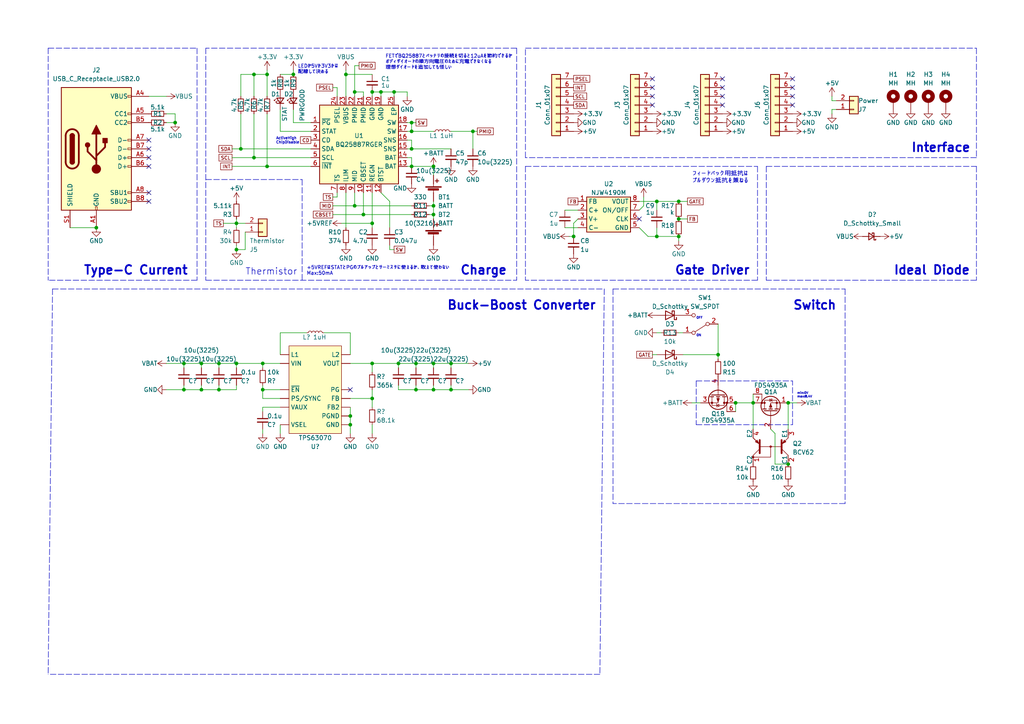
<source format=kicad_sch>
(kicad_sch (version 20211123) (generator eeschema)
  (paper "A4")
  (junction (at 196.85 68.58))
  (junction (at 228.6 116.84))
  (junction (at 119.38 38.1))
  (junction (at 228.6 134.62))
  (junction (at 125.73 105.41))
  (junction (at 196.85 63.5))
  (junction (at 125.73 113.03))
  (junction (at 120.65 105.41))
  (junction (at 119.38 48.26))
  (junction (at 119.38 35.56))
  (junction (at 100.33 21.59))
  (junction (at 58.42 113.03))
  (junction (at 120.65 113.03))
  (junction (at 130.81 105.41))
  (junction (at 110.49 26.67))
  (junction (at 166.37 68.58))
  (junction (at 107.95 105.41))
  (junction (at 114.3 26.67))
  (junction (at 125.73 48.26))
  (junction (at 196.85 58.42))
  (junction (at 68.58 105.41))
  (junction (at 58.42 105.41))
  (junction (at 107.95 64.77))
  (junction (at 213.36 116.84))
  (junction (at 63.5 105.41))
  (junction (at 102.87 26.67))
  (junction (at 53.34 113.03))
  (junction (at 73.66 21.59))
  (junction (at 218.44 116.84))
  (junction (at 76.2 113.03))
  (junction (at 53.34 105.41))
  (junction (at 50.8 35.56))
  (junction (at 73.66 45.72))
  (junction (at 137.16 38.1))
  (junction (at 119.38 43.18))
  (junction (at 105.41 62.23))
  (junction (at 115.57 105.41))
  (junction (at 85.09 21.59))
  (junction (at 63.5 113.03))
  (junction (at 190.5 68.58))
  (junction (at 77.47 21.59))
  (junction (at 27.94 66.04))
  (junction (at 68.58 72.39))
  (junction (at 101.6 120.65))
  (junction (at 125.73 59.69))
  (junction (at 125.73 62.23))
  (junction (at 130.81 113.03))
  (junction (at 190.5 58.42))
  (junction (at 77.47 48.26))
  (junction (at 69.85 43.18))
  (junction (at 68.58 64.77))
  (junction (at 102.87 59.69))
  (junction (at 208.28 102.87))
  (junction (at 101.6 123.19))
  (junction (at 107.95 26.67))
  (junction (at 107.95 115.57))
  (junction (at 76.2 105.41))
  (no_connect (at 229.87 25.4))
  (no_connect (at 189.23 22.86))
  (no_connect (at 43.18 48.26))
  (no_connect (at 229.87 22.86))
  (no_connect (at 189.23 25.4))
  (no_connect (at 189.23 30.48))
  (no_connect (at 209.55 25.4))
  (no_connect (at 209.55 30.48))
  (no_connect (at 101.6 113.03))
  (no_connect (at 43.18 43.18))
  (no_connect (at 209.55 22.86))
  (no_connect (at 189.23 27.94))
  (no_connect (at 229.87 27.94))
  (no_connect (at 43.18 58.42))
  (no_connect (at 209.55 27.94))
  (no_connect (at 229.87 30.48))
  (no_connect (at 43.18 55.88))
  (no_connect (at 43.18 40.64))
  (no_connect (at 43.18 45.72))
  (no_connect (at 185.42 63.5))
  (wire (pts (xy 213.36 119.38) (xy 213.36 116.84)))
  (wire (pts (xy 135.89 113.03) (xy 130.81 113.03)))
  (wire (pts (xy 196.85 58.42) (xy 199.39 58.42)))
  (wire (pts (xy 118.11 40.64) (xy 119.38 40.64)))
  (wire (pts (xy 93.98 96.52) (xy 101.6 96.52)))
  (wire (pts (xy 68.58 64.77) (xy 68.58 66.04)))
  (wire (pts (xy 107.95 27.94) (xy 107.95 26.67)))
  (wire (pts (xy 119.38 35.56) (xy 119.38 38.1)))
  (wire (pts (xy 102.87 27.94) (xy 102.87 26.67)))
  (wire (pts (xy 58.42 113.03) (xy 63.5 113.03)))
  (wire (pts (xy 114.3 26.67) (xy 114.3 27.94)))
  (polyline (pts (xy 152.4 13.97) (xy 283.21 13.97)))
  (wire (pts (xy 101.6 123.19) (xy 101.6 125.73)))
  (wire (pts (xy 81.28 21.59) (xy 85.09 21.59)))
  (wire (pts (xy 125.73 50.8) (xy 125.73 48.26)))
  (polyline (pts (xy 152.4 48.26) (xy 152.4 81.28)))
  (wire (pts (xy 130.81 111.76) (xy 130.81 113.03)))
  (wire (pts (xy 63.5 113.03) (xy 63.5 111.76)))
  (wire (pts (xy 107.95 64.77) (xy 107.95 66.04)))
  (wire (pts (xy 77.47 33.02) (xy 77.47 48.26)))
  (wire (pts (xy 208.28 102.87) (xy 208.28 104.14)))
  (wire (pts (xy 119.38 48.26) (xy 118.11 48.26)))
  (wire (pts (xy 241.3 31.75) (xy 242.57 31.75)))
  (wire (pts (xy 125.73 59.69) (xy 125.73 62.23)))
  (wire (pts (xy 107.95 105.41) (xy 115.57 105.41)))
  (wire (pts (xy 125.73 58.42) (xy 125.73 59.69)))
  (wire (pts (xy 85.09 20.32) (xy 85.09 21.59)))
  (wire (pts (xy 107.95 125.73) (xy 107.95 123.19)))
  (wire (pts (xy 81.28 123.19) (xy 81.28 125.73)))
  (wire (pts (xy 77.47 48.26) (xy 90.17 48.26)))
  (wire (pts (xy 76.2 115.57) (xy 81.28 115.57)))
  (wire (pts (xy 76.2 105.41) (xy 81.28 105.41)))
  (wire (pts (xy 102.87 55.88) (xy 102.87 59.69)))
  (wire (pts (xy 69.85 21.59) (xy 69.85 27.94)))
  (polyline (pts (xy 283.21 48.26) (xy 283.21 81.28)))
  (wire (pts (xy 85.09 31.75) (xy 85.09 35.56)))
  (wire (pts (xy 105.41 62.23) (xy 119.38 62.23)))
  (wire (pts (xy 69.85 33.02) (xy 69.85 43.18)))
  (wire (pts (xy 187.96 68.58) (xy 190.5 68.58)))
  (wire (pts (xy 224.79 125.73) (xy 224.79 134.62)))
  (wire (pts (xy 81.28 96.52) (xy 88.9 96.52)))
  (wire (pts (xy 73.66 45.72) (xy 90.17 45.72)))
  (wire (pts (xy 69.85 43.18) (xy 90.17 43.18)))
  (wire (pts (xy 58.42 113.03) (xy 58.42 111.76)))
  (wire (pts (xy 105.41 62.23) (xy 105.41 55.88)))
  (wire (pts (xy 81.28 102.87) (xy 81.28 96.52)))
  (wire (pts (xy 73.66 33.02) (xy 73.66 45.72)))
  (wire (pts (xy 110.49 26.67) (xy 110.49 27.94)))
  (wire (pts (xy 187.96 68.58) (xy 185.42 66.04)))
  (wire (pts (xy 68.58 105.41) (xy 76.2 105.41)))
  (wire (pts (xy 185.42 58.42) (xy 190.5 58.42)))
  (wire (pts (xy 100.33 21.59) (xy 100.33 27.94)))
  (wire (pts (xy 76.2 105.41) (xy 76.2 106.68)))
  (wire (pts (xy 100.33 21.59) (xy 107.95 21.59)))
  (polyline (pts (xy 173.99 195.58) (xy 13.97 195.58)))
  (polyline (pts (xy 175.26 83.82) (xy 173.99 195.58)))
  (wire (pts (xy 113.03 72.39) (xy 114.3 72.39)))
  (wire (pts (xy 186.69 57.15) (xy 186.69 59.69)))
  (wire (pts (xy 96.52 62.23) (xy 105.41 62.23)))
  (wire (pts (xy 120.65 113.03) (xy 115.57 113.03)))
  (wire (pts (xy 68.58 64.77) (xy 71.12 64.77)))
  (wire (pts (xy 101.6 120.65) (xy 101.6 123.19)))
  (polyline (pts (xy 245.11 146.05) (xy 177.8 146.05)))
  (wire (pts (xy 107.95 118.11) (xy 107.95 115.57)))
  (polyline (pts (xy 13.97 13.97) (xy 13.97 81.28)))
  (wire (pts (xy 110.49 55.88) (xy 113.03 58.42)))
  (polyline (pts (xy 152.4 45.72) (xy 152.4 13.97)))
  (wire (pts (xy 189.23 102.87) (xy 190.5 102.87)))
  (wire (pts (xy 167.64 63.5) (xy 166.37 64.77)))
  (wire (pts (xy 190.5 96.52) (xy 191.77 96.52)))
  (wire (pts (xy 107.95 26.67) (xy 110.49 26.67)))
  (wire (pts (xy 77.47 27.94) (xy 77.47 21.59)))
  (polyline (pts (xy 13.97 13.97) (xy 57.15 13.97)))
  (wire (pts (xy 224.79 125.73) (xy 223.52 124.46)))
  (wire (pts (xy 119.38 35.56) (xy 120.65 35.56)))
  (wire (pts (xy 20.32 66.04) (xy 27.94 66.04)))
  (wire (pts (xy 107.95 115.57) (xy 107.95 113.03)))
  (wire (pts (xy 102.87 59.69) (xy 119.38 59.69)))
  (wire (pts (xy 115.57 105.41) (xy 115.57 106.68)))
  (wire (pts (xy 165.1 68.58) (xy 166.37 68.58)))
  (polyline (pts (xy 219.71 48.26) (xy 219.71 81.28)))
  (wire (pts (xy 130.81 43.18) (xy 119.38 43.18)))
  (polyline (pts (xy 201.93 123.19) (xy 229.87 123.19)))
  (wire (pts (xy 163.83 60.96) (xy 167.64 60.96)))
  (wire (pts (xy 48.26 35.56) (xy 50.8 35.56)))
  (wire (pts (xy 48.26 105.41) (xy 53.34 105.41)))
  (wire (pts (xy 76.2 118.11) (xy 81.28 118.11)))
  (wire (pts (xy 76.2 111.76) (xy 76.2 113.03)))
  (wire (pts (xy 196.85 96.52) (xy 198.12 96.52)))
  (polyline (pts (xy 222.25 48.26) (xy 283.21 48.26)))
  (wire (pts (xy 69.85 21.59) (xy 73.66 21.59)))
  (wire (pts (xy 68.58 113.03) (xy 68.58 111.76)))
  (wire (pts (xy 101.6 105.41) (xy 107.95 105.41)))
  (wire (pts (xy 77.47 20.32) (xy 77.47 21.59)))
  (wire (pts (xy 113.03 71.12) (xy 113.03 72.39)))
  (polyline (pts (xy 15.24 83.82) (xy 13.97 195.58)))
  (wire (pts (xy 124.46 62.23) (xy 125.73 62.23)))
  (wire (pts (xy 125.73 113.03) (xy 120.65 113.03)))
  (polyline (pts (xy 149.86 13.97) (xy 149.86 81.28)))
  (polyline (pts (xy 87.63 52.07) (xy 87.63 81.28)))
  (polyline (pts (xy 283.21 81.28) (xy 222.25 81.28)))
  (wire (pts (xy 190.5 58.42) (xy 196.85 58.42)))
  (wire (pts (xy 119.38 38.1) (xy 118.11 38.1)))
  (wire (pts (xy 119.38 48.26) (xy 125.73 48.26)))
  (wire (pts (xy 73.66 21.59) (xy 73.66 27.94)))
  (wire (pts (xy 97.79 57.15) (xy 96.52 57.15)))
  (wire (pts (xy 200.66 116.84) (xy 203.2 116.84)))
  (wire (pts (xy 113.03 58.42) (xy 113.03 66.04)))
  (wire (pts (xy 137.16 38.1) (xy 137.16 43.18)))
  (wire (pts (xy 190.5 68.58) (xy 196.85 68.58)))
  (wire (pts (xy 63.5 105.41) (xy 68.58 105.41)))
  (wire (pts (xy 163.83 66.04) (xy 167.64 66.04)))
  (wire (pts (xy 137.16 38.1) (xy 138.43 38.1)))
  (wire (pts (xy 81.28 38.1) (xy 90.17 38.1)))
  (polyline (pts (xy 283.21 45.72) (xy 152.4 45.72)))
  (wire (pts (xy 102.87 26.67) (xy 105.41 26.67)))
  (wire (pts (xy 101.6 118.11) (xy 101.6 120.65)))
  (wire (pts (xy 102.87 19.05) (xy 102.87 26.67)))
  (wire (pts (xy 68.58 106.68) (xy 68.58 105.41)))
  (wire (pts (xy 190.5 66.04) (xy 190.5 68.58)))
  (polyline (pts (xy 15.24 83.82) (xy 175.26 83.82)))
  (wire (pts (xy 97.79 27.94) (xy 97.79 25.4)))
  (wire (pts (xy 196.85 68.58) (xy 196.85 69.85)))
  (wire (pts (xy 48.26 27.94) (xy 43.18 27.94)))
  (polyline (pts (xy 57.15 13.97) (xy 57.15 81.28)))
  (wire (pts (xy 67.31 45.72) (xy 73.66 45.72)))
  (wire (pts (xy 101.6 115.57) (xy 107.95 115.57)))
  (wire (pts (xy 130.81 38.1) (xy 137.16 38.1)))
  (wire (pts (xy 68.58 113.03) (xy 63.5 113.03)))
  (wire (pts (xy 218.44 116.84) (xy 218.44 124.46)))
  (polyline (pts (xy 177.8 83.82) (xy 245.11 83.82)))
  (wire (pts (xy 67.31 48.26) (xy 77.47 48.26)))
  (wire (pts (xy 97.79 55.88) (xy 97.79 57.15)))
  (wire (pts (xy 48.26 113.03) (xy 53.34 113.03)))
  (polyline (pts (xy 59.69 52.07) (xy 87.63 52.07)))
  (wire (pts (xy 97.79 25.4) (xy 96.52 25.4)))
  (polyline (pts (xy 177.8 83.82) (xy 177.8 146.05)))
  (polyline (pts (xy 219.71 81.28) (xy 152.4 81.28)))
  (wire (pts (xy 101.6 96.52) (xy 101.6 102.87)))
  (wire (pts (xy 130.81 105.41) (xy 135.89 105.41)))
  (wire (pts (xy 67.31 43.18) (xy 69.85 43.18)))
  (wire (pts (xy 119.38 38.1) (xy 125.73 38.1)))
  (wire (pts (xy 119.38 40.64) (xy 119.38 43.18)))
  (polyline (pts (xy 201.93 110.49) (xy 229.87 110.49)))
  (wire (pts (xy 102.87 59.69) (xy 96.52 59.69)))
  (wire (pts (xy 110.49 26.67) (xy 114.3 26.67)))
  (wire (pts (xy 115.57 113.03) (xy 115.57 111.76)))
  (wire (pts (xy 130.81 105.41) (xy 130.81 106.68)))
  (wire (pts (xy 76.2 113.03) (xy 76.2 115.57)))
  (polyline (pts (xy 283.21 13.97) (xy 283.21 45.72)))
  (wire (pts (xy 241.3 27.94) (xy 241.3 29.21)))
  (wire (pts (xy 58.42 106.68) (xy 58.42 105.41)))
  (wire (pts (xy 76.2 113.03) (xy 81.28 113.03)))
  (wire (pts (xy 76.2 124.46) (xy 76.2 125.73)))
  (polyline (pts (xy 149.86 13.97) (xy 59.69 13.97)))
  (wire (pts (xy 63.5 106.68) (xy 63.5 105.41)))
  (polyline (pts (xy 201.93 110.49) (xy 201.93 123.19)))
  (polyline (pts (xy 222.25 48.26) (xy 222.25 81.28)))
  (wire (pts (xy 190.5 60.96) (xy 190.5 58.42)))
  (wire (pts (xy 130.81 113.03) (xy 125.73 113.03)))
  (wire (pts (xy 228.6 116.84) (xy 228.6 124.46)))
  (wire (pts (xy 124.46 59.69) (xy 125.73 59.69)))
  (wire (pts (xy 99.06 64.77) (xy 107.95 64.77)))
  (wire (pts (xy 71.12 72.39) (xy 68.58 72.39)))
  (wire (pts (xy 125.73 111.76) (xy 125.73 113.03)))
  (wire (pts (xy 166.37 64.77) (xy 166.37 68.58)))
  (wire (pts (xy 58.42 105.41) (xy 63.5 105.41)))
  (wire (pts (xy 100.33 55.88) (xy 100.33 66.04)))
  (wire (pts (xy 50.8 33.02) (xy 50.8 35.56)))
  (wire (pts (xy 120.65 105.41) (xy 120.65 106.68)))
  (wire (pts (xy 120.65 105.41) (xy 125.73 105.41)))
  (wire (pts (xy 68.58 63.5) (xy 68.58 64.77)))
  (wire (pts (xy 185.42 60.96) (xy 186.69 59.69)))
  (wire (pts (xy 125.73 62.23) (xy 125.73 63.5)))
  (wire (pts (xy 213.36 116.84) (xy 218.44 116.84)))
  (wire (pts (xy 241.3 33.02) (xy 241.3 31.75)))
  (polyline (pts (xy 57.15 81.28) (xy 13.97 81.28)))
  (wire (pts (xy 199.39 63.5) (xy 196.85 63.5)))
  (wire (pts (xy 81.28 31.75) (xy 81.28 38.1)))
  (wire (pts (xy 224.79 134.62) (xy 228.6 134.62)))
  (wire (pts (xy 208.28 93.98) (xy 208.28 102.87)))
  (wire (pts (xy 107.95 105.41) (xy 107.95 107.95)))
  (wire (pts (xy 228.6 116.84) (xy 231.14 116.84)))
  (wire (pts (xy 85.09 35.56) (xy 90.17 35.56)))
  (wire (pts (xy 120.65 111.76) (xy 120.65 113.03)))
  (wire (pts (xy 76.2 119.38) (xy 76.2 118.11)))
  (wire (pts (xy 100.33 20.32) (xy 100.33 21.59)))
  (wire (pts (xy 105.41 26.67) (xy 105.41 27.94)))
  (wire (pts (xy 64.77 64.77) (xy 68.58 64.77)))
  (wire (pts (xy 198.12 102.87) (xy 208.28 102.87)))
  (wire (pts (xy 115.57 105.41) (xy 120.65 105.41)))
  (wire (pts (xy 119.38 45.72) (xy 119.38 48.26)))
  (wire (pts (xy 218.44 114.3) (xy 218.44 116.84)))
  (wire (pts (xy 114.3 26.67) (xy 118.11 26.67)))
  (wire (pts (xy 53.34 105.41) (xy 58.42 105.41)))
  (polyline (pts (xy 152.4 48.26) (xy 219.71 48.26)))
  (polyline (pts (xy 245.11 83.82) (xy 245.11 146.05)))
  (polyline (pts (xy 59.69 13.97) (xy 59.69 81.28)))
  (wire (pts (xy 125.73 105.41) (xy 130.81 105.41)))
  (wire (pts (xy 119.38 45.72) (xy 118.11 45.72)))
  (wire (pts (xy 104.14 19.05) (xy 102.87 19.05)))
  (wire (pts (xy 118.11 35.56) (xy 119.38 35.56)))
  (polyline (pts (xy 229.87 123.19) (xy 229.87 110.49)))
  (wire (pts (xy 73.66 21.59) (xy 77.47 21.59)))
  (wire (pts (xy 53.34 113.03) (xy 53.34 111.76)))
  (wire (pts (xy 241.3 29.21) (xy 242.57 29.21)))
  (wire (pts (xy 118.11 26.67) (xy 118.11 27.94)))
  (polyline (pts (xy 59.69 81.28) (xy 149.86 81.28)))
  (wire (pts (xy 119.38 43.18) (xy 118.11 43.18)))
  (wire (pts (xy 48.26 33.02) (xy 50.8 33.02)))
  (wire (pts (xy 107.95 55.88) (xy 107.95 64.77)))
  (wire (pts (xy 68.58 72.39) (xy 68.58 71.12)))
  (wire (pts (xy 53.34 106.68) (xy 53.34 105.41)))
  (wire (pts (xy 125.73 105.41) (xy 125.73 106.68)))
  (wire (pts (xy 71.12 67.31) (xy 71.12 72.39)))
  (wire (pts (xy 53.34 113.03) (xy 58.42 113.03)))
  (text "Thermistor" (at 71.12 80.01 0) (effects (font (size 1.905 1.905)) (justify left bottom)))
  (text "Gate Driver" (at 195.58 80.01 0) (effects (font (size 2.54 2.54) (thickness 0.508) bold) (justify left bottom)))
  (text "ActiveHigh\nChipDisable" (at 80.01 41.91 0) (effects (font (size 0.762 0.762)) (justify left bottom)))
  (text "ON" (at 201.93 97.79 0) (effects (font (size 0.635 0.635)) (justify left bottom)))
  (text "Interface" (at 264.16 44.45 0) (effects (font (size 2.54 2.54) (thickness 0.508) bold) (justify left bottom)))
  (text "LEDが5Vか3V3かは\n配線して決める" (at 86.36 21.59 0) (effects (font (size 1.016 1.016)) (justify left bottom)))
  (text "フィードバック用抵抗は\nプルダウン抵抗を兼ねる" (at 200.66 53.34 0) (effects (font (size 1.27 1.27)) (justify left bottom)))
  (text "Type-C Current" (at 24.13 80.01 0) (effects (font (size 2.54 2.54) (thickness 0.508) bold) (justify left bottom)))
  (text "Ideal Diode" (at 259.08 80.01 0) (effects (font (size 2.54 2.54) (thickness 0.508) bold) (justify left bottom)))
  (text "+5VREFはSTATとPGのプルアップとサーミスタに使えるが、敢えて使わない\nMax:50mA" (at 88.9 80.01 0) (effects (font (size 1.016 1.016)) (justify left bottom)))
  (text "FETでBQ25887とバッテリの接続を切ると12uAを節約できるが\nボディダイオードの順方向電圧のために充電できなくなる\n理想ダイオードを追加しても怪しい" (at 111.76 20.32 0) (effects (font (size 1.016 1.016)) (justify left bottom)))
  (text "OFF" (at 201.93 92.71 0) (effects (font (size 0.635 0.635)) (justify left bottom)))
  (text "Buck-Boost Converter" (at 129.54 90.17 0) (effects (font (size 2.54 2.54) (thickness 0.508) bold) (justify left bottom)))
  (text "Switch" (at 229.87 90.17 0) (effects (font (size 2.54 2.54) (thickness 0.508) bold) (justify left bottom)))
  (text "min:0V\nmax:8.4V" (at 231.14 115.57 0) (effects (font (size 0.635 0.635)) (justify left bottom)))
  (text "Charge" (at 133.35 80.01 0) (effects (font (size 2.54 2.54) (thickness 0.508) bold) (justify left bottom)))
  (global_label "INT" (shape passive) (at 67.31 48.26 180) (effects (font (size 1 1))) (property "Intersheet References" "${INTERSHEET_REFS}" (effects hide)))
  (global_label "TS" (shape passive) (at 96.52 57.15 180) (effects (font (size 1 1))) (property "Intersheet References" "${INTERSHEET_REFS}" (effects hide)))
  (global_label "PMID" (shape passive) (at 138.43 38.1 0) (effects (font (size 1 1))) (property "Intersheet References" "${INTERSHEET_REFS}" (effects hide)))
  (global_label "CD" (shape passive) (at 90.17 40.64 180) (effects (font (size 1 1))) (property "Intersheet References" "${INTERSHEET_REFS}" (effects hide)))
  (global_label "FB" (shape passive) (at 199.39 63.5 0) (effects (font (size 1 1))) (property "Intersheet References" "${INTERSHEET_REFS}" (effects hide)))
  (global_label "PMID" (shape passive) (at 104.14 19.05 0) (effects (font (size 1 1))) (property "Intersheet References" "${INTERSHEET_REFS}" (effects hide)))
  (global_label "SW" (shape passive) (at 114.3 72.39 0) (effects (font (size 1 1))) (property "Intersheet References" "${INTERSHEET_REFS}" (effects hide)))
  (global_label "FB" (shape passive) (at 167.64 58.42 180) (effects (font (size 1 1))) (property "Intersheet References" "${INTERSHEET_REFS}" (effects hide)))
  (global_label "GATE" (shape passive) (at 199.39 58.42 0) (effects (font (size 1 1))) (property "Intersheet References" "${INTERSHEET_REFS}" (effects hide)))
  (global_label "GATE" (shape passive) (at 189.23 102.87 180) (effects (font (size 1 1))) (property "Intersheet References" "${INTERSHEET_REFS}" (effects hide)))
  (global_label "SDA" (shape passive) (at 67.31 43.18 180) (effects (font (size 1 1))) (property "Intersheet References" "${INTERSHEET_REFS}" (effects hide)))
  (global_label "PSEL" (shape passive) (at 96.52 25.4 180) (effects (font (size 1 1))) (property "Intersheet References" "${INTERSHEET_REFS}" (effects hide)))
  (global_label "TS" (shape passive) (at 64.77 64.77 180) (effects (font (size 1 1))) (property "Intersheet References" "${INTERSHEET_REFS}" (effects hide)))
  (global_label "INT" (shape passive) (at 166.37 25.4 0) (effects (font (size 1 1))) (property "Intersheet References" "${INTERSHEET_REFS}" (effects hide)))
  (global_label "SDA" (shape passive) (at 166.37 30.48 0) (effects (font (size 1 1))) (property "Intersheet References" "${INTERSHEET_REFS}" (effects hide)))
  (global_label "SW" (shape passive) (at 120.65 35.56 0) (effects (font (size 1 1))) (property "Intersheet References" "${INTERSHEET_REFS}" (effects hide)))
  (global_label "PSEL" (shape passive) (at 166.37 22.86 0) (effects (font (size 1 1))) (property "Intersheet References" "${INTERSHEET_REFS}" (effects hide)))
  (global_label "CBSET" (shape passive) (at 96.52 62.23 180) (effects (font (size 1 1))) (property "Intersheet References" "${INTERSHEET_REFS}" (effects hide)))
  (global_label "MID" (shape passive) (at 96.52 59.69 180) (effects (font (size 1 1))) (property "Intersheet References" "${INTERSHEET_REFS}" (effects hide)))
  (global_label "SCL" (shape passive) (at 67.31 45.72 180) (effects (font (size 1 1))) (property "Intersheet References" "${INTERSHEET_REFS}" (effects hide)))
  (global_label "SCL" (shape passive) (at 166.37 27.94 0) (effects (font (size 1 1))) (property "Intersheet References" "${INTERSHEET_REFS}" (effects hide)))
  (symbol (lib_id "Mechanical:MountingHole_Pad") (at 269.24 29.21 0) (unit 1)
    (property "Reference" "H3" (at 269.24 21.59 0))
    (property "Value" "MH" (at 269.24 24.13 0))
    (property "Footprint" "MountingHole:MountingHole_2.2mm_M2_Pad_Via" (effects hide))
  )
  (symbol (lib_id "power:GND") (at 259.08 31.75 0) (unit 1)
    (property "Reference" "#PWR027" (effects hide))
    (property "Value" "GND" (at 259.08 35.56 0))
  )
  (symbol (lib_id "Device:R_Small") (at 121.92 59.69 270) (unit 1)
    (property "Reference" "R11" (at 121.92 59.69 90))
    (property "Value" "330" (at 121.92 57.15 90))
    (property "Footprint" "Resistor_SMD:R_0603_1608Metric" (effects hide))
  )
  (symbol (lib_id "Device:C_Small") (at 63.5 109.22 0) (unit 1)
    (property "Reference" "C?" (at 66.04 110.49 0))
    (property "Value" "10u(3225)" (at 63.5 104.14 0))
    (property "Footprint" "Capacitor_SMD:C_1210_3225Metric" (effects hide))
  )
  (symbol (lib_id "Device:D_Schottky") (at 194.31 91.44 180) (unit 1)
    (property "Reference" "D3" (at 194.31 93.98 0))
    (property "Value" "D_Schottky" (at 194.31 88.9 0))
    (property "Footprint" "CUHS20S30:CUHS20S30" (effects hide))
  )
  (symbol (lib_id "power:+3.3V") (at 85.09 20.32 0) (unit 1)
    (property "Reference" "#PWR016" (effects hide))
    (property "Value" "+3.3V" (at 85.09 16.51 0))
  )
  (symbol (lib_id "Device:R_Small") (at 76.2 109.22 0) (mirror x) (unit 1)
    (property "Reference" "R?" (at 77.47 110.49 0) (effects (justify left)))
    (property "Value" "10k" (at 77.47 107.95 0) (effects (justify left)))
    (property "Footprint" "Resistor_SMD:R_0603_1608Metric" (effects hide))
  )
  (symbol (lib_id "power_extlib:VBAT") (at 231.14 116.84 270) (unit 1) (in_bom no) (on_board no)
    (property "Reference" "#PWR?" (effects hide))
    (property "Value" "VBAT" (at 233.68 116.84 90) (effects (justify left)))
  )
  (symbol (lib_id "Device:LED_Small") (at 81.28 29.21 90) (unit 1)
    (property "Reference" "D1" (at 81.28 27.305 90) (effects (justify left)))
    (property "Value" "STAT" (at 82.55 33.02 0))
    (property "Footprint" "LED_SMD:LED_0603_1608Metric" (effects hide))
  )
  (symbol (lib_id "Device:R_Small") (at 85.09 24.13 180) (unit 1)
    (property "Reference" "R9" (at 85.09 24.13 90))
    (property "Value" "1k" (at 83.185 24.13 90))
    (property "Footprint" "Resistor_SMD:R_0603_1608Metric" (effects hide))
  )
  (symbol (lib_id "Device:C_Small") (at 76.2 121.92 0) (mirror y) (unit 1)
    (property "Reference" "C?" (at 77.47 123.19 0) (effects (justify right)))
    (property "Value" "0.1u" (at 77.47 120.65 0) (effects (justify right)))
    (property "Footprint" "Capacitor_SMD:C_0603_1608Metric" (effects hide))
  )
  (symbol (lib_id "Device:C_Small") (at 53.34 109.22 0) (unit 1)
    (property "Reference" "C?" (at 55.88 110.49 0))
    (property "Value" "10u(3225)" (at 53.34 104.14 0))
    (property "Footprint" "Capacitor_SMD:C_1210_3225Metric" (effects hide))
  )
  (symbol (lib_id "power:+BATT") (at 190.5 91.44 90) (unit 1)
    (property "Reference" "#PWR038" (effects hide))
    (property "Value" "+BATT" (at 187.96 91.44 90) (effects (justify left)))
  )
  (symbol (lib_id "Device:C_Small") (at 130.81 109.22 0) (unit 1)
    (property "Reference" "C?" (at 133.35 110.49 0))
    (property "Value" "22u(3225)" (at 130.81 104.14 0))
    (property "Footprint" "Capacitor_SMD:C_1210_3225Metric" (effects hide))
  )
  (symbol (lib_id "Device:L_Small") (at 128.27 38.1 90) (unit 1)
    (property "Reference" "L1" (at 125.73 39.37 90))
    (property "Value" "1uH" (at 129.54 39.37 90))
    (property "Footprint" "Inductor_SMD:L_1210_3225Metric" (effects hide))
  )
  (symbol (lib_id "power:GND") (at 81.28 125.73 0) (unit 1)
    (property "Reference" "#PWR?" (effects hide))
    (property "Value" "GND" (at 81.28 129.54 0))
  )
  (symbol (lib_id "power:GND") (at 135.89 113.03 90) (unit 1)
    (property "Reference" "#PWR?" (effects hide))
    (property "Value" "GND" (at 138.43 113.03 90) (effects (justify right)))
  )
  (symbol (lib_id "Connector_Generic:Conn_01x07") (at 184.15 30.48 180) (unit 1)
    (property "Reference" "J3" (at 179.07 30.48 90))
    (property "Value" "Conn_01x07" (at 181.61 30.48 90))
    (property "Footprint" "Connector_PinSocket_2.54mm:PinSocket_1x07_P2.54mm_Vertical" (effects hide))
  )
  (symbol (lib_id "Device:R_Small") (at 69.85 30.48 180) (unit 1)
    (property "Reference" "R5" (at 69.85 30.48 90))
    (property "Value" "4.7k" (at 67.945 30.48 90))
    (property "Footprint" "Resistor_SMD:R_0603_1608Metric" (effects hide))
  )
  (symbol (lib_id "Device:R_Small") (at 45.72 33.02 90) (unit 1)
    (property "Reference" "R1" (at 45.72 33.02 90))
    (property "Value" "5.1k" (at 45.72 31.115 90))
    (property "Footprint" "Resistor_SMD:R_0603_1608Metric" (effects hide))
  )
  (symbol (lib_id "power:GND") (at 137.16 48.26 0) (unit 1)
    (property "Reference" "#PWR035" (effects hide))
    (property "Value" "GND" (at 137.16 52.07 0))
  )
  (symbol (lib_id "power:+5V") (at 135.89 105.41 270) (unit 1)
    (property "Reference" "#PWR?" (effects hide))
    (property "Value" "+5V" (at 138.43 105.41 90) (effects (justify left)))
  )
  (symbol (lib_id "Mechanical:MountingHole_Pad") (at 274.32 29.21 0) (unit 1)
    (property "Reference" "H4" (at 274.32 21.59 0))
    (property "Value" "MH" (at 274.32 24.13 0))
    (property "Footprint" "MountingHole:MountingHole_2.2mm_M2_Pad_Via" (effects hide))
  )
  (symbol (lib_id "power:+5V") (at 68.58 58.42 0) (unit 1)
    (property "Reference" "#PWR010" (effects hide))
    (property "Value" "+5V" (at 68.58 54.61 0))
  )
  (symbol (lib_id "Connector:USB_C_Receptacle_USB2.0") (at 27.94 43.18 0) (unit 1)
    (property "Reference" "J2" (at 27.94 20.32 0))
    (property "Value" "USB_C_Receptacle_USB2.0" (at 27.94 22.86 0))
    (property "Footprint" "Kicad_Akiyuki_Footprint:CUI_UJC-HP-3-SMT-TR" (effects hide))
    (property "Datasheet" "https://www.usb.org/sites/default/files/documents/usb_type-c.zip" (effects hide))
  )
  (symbol (lib_id "Connector_Generic:Conn_01x02") (at 76.2 67.31 0) (mirror x) (unit 1)
    (property "Reference" "J5" (at 72.39 72.39 0) (effects (justify left)))
    (property "Value" "Thermistor" (at 72.39 69.85 0) (effects (justify left)))
    (property "Footprint" "Connector_JST:JST_XH_B2B-XH-A_1x02_P2.50mm_Vertical" (effects hide))
  )
  (symbol (lib_id "Device:R_Small") (at 77.47 30.48 180) (unit 1)
    (property "Reference" "R7" (at 77.47 30.48 90))
    (property "Value" "4.7k" (at 75.565 30.48 90))
    (property "Footprint" "Resistor_SMD:R_0603_1608Metric" (effects hide))
  )
  (symbol (lib_id "Device:R_Small") (at 81.28 24.13 180) (unit 1)
    (property "Reference" "R8" (at 81.28 24.13 90))
    (property "Value" "1k" (at 79.375 24.13 90))
    (property "Footprint" "Resistor_SMD:R_0603_1608Metric" (effects hide))
  )
  (symbol (lib_id "power:+5V") (at 166.37 38.1 270) (unit 1)
    (property "Reference" "#PWR04" (effects hide))
    (property "Value" "+5V" (at 168.91 38.1 90) (effects (justify left)))
  )
  (symbol (lib_id "power:GND") (at 118.11 27.94 0) (unit 1)
    (property "Reference" "#PWR026" (effects hide))
    (property "Value" "GND" (at 118.11 31.75 0))
  )
  (symbol (lib_id "power:+3.3V") (at 209.55 33.02 270) (unit 1)
    (property "Reference" "#PWR012" (effects hide))
    (property "Value" "+3.3V" (at 212.09 33.02 90) (effects (justify left)))
  )
  (symbol (lib_id "power:GND") (at 130.81 48.26 0) (unit 1)
    (property "Reference" "#PWR033" (effects hide))
    (property "Value" "GND" (at 130.81 52.07 0))
  )
  (symbol (lib_id "power_extlib:VBAT") (at 48.26 105.41 90) (unit 1) (in_bom no) (on_board no)
    (property "Reference" "#PWR?" (effects hide))
    (property "Value" "VBAT" (at 45.72 105.41 90) (effects (justify left)))
  )
  (symbol (lib_id "Device:C_Small") (at 137.16 45.72 0) (unit 1)
    (property "Reference" "C6" (at 138.43 44.45 0) (effects (justify left)))
    (property "Value" "10u(3225)" (at 138.43 46.99 0) (effects (justify left)))
    (property "Footprint" "Capacitor_SMD:C_1210_3225Metric" (effects hide))
  )
  (symbol (lib_id "Device:Battery_Cell") (at 125.73 55.88 0) (unit 1)
    (property "Reference" "BT1" (at 127 57.15 0) (effects (justify left)))
    (property "Value" "BATT" (at 127 59.69 0) (effects (justify left)))
    (property "Footprint" "Battery_extlib:BatteryClip_Keystone_18500" (effects hide))
  )
  (symbol (lib_id "power:GND") (at 196.85 69.85 0) (unit 1)
    (property "Reference" "#PWR046" (effects hide))
    (property "Value" "GND" (at 196.85 73.66 0))
  )
  (symbol (lib_id "power:+3.3V") (at 189.23 33.02 270) (unit 1)
    (property "Reference" "#PWR07" (effects hide))
    (property "Value" "+3.3V" (at 191.77 33.02 90) (effects (justify left)))
  )
  (symbol (lib_id "Connector_Generic:Conn_01x07") (at 161.29 30.48 180) (unit 1)
    (property "Reference" "J1" (at 156.21 30.48 90))
    (property "Value" "Conn_01x07" (at 158.75 30.48 90))
    (property "Footprint" "Connector_PinSocket_2.54mm:PinSocket_1x07_P2.54mm_Vertical" (effects hide))
  )
  (symbol (lib_id "power:VBUS") (at 165.1 68.58 90) (unit 1)
    (property "Reference" "#PWR036" (effects hide))
    (property "Value" "VBUS" (at 162.56 68.58 90) (effects (justify left)))
  )
  (symbol (lib_id "Connector_Generic:Conn_01x07") (at 204.47 30.48 180) (unit 1)
    (property "Reference" "J4" (at 199.39 30.48 90))
    (property "Value" "Conn_01x07" (at 201.93 30.48 90))
    (property "Footprint" "Connector_PinSocket_2.54mm:PinSocket_1x07_P2.54mm_Vertical" (effects hide))
  )
  (symbol (lib_id "Device:R_Small") (at 68.58 68.58 180) (unit 1)
    (property "Reference" "R4" (at 67.31 67.31 0) (effects (justify left)))
    (property "Value" "30k" (at 67.31 69.85 0) (effects (justify left)))
    (property "Footprint" "Resistor_SMD:R_0603_1608Metric" (effects hide))
  )
  (symbol (lib_id "Device:L_Small") (at 91.44 96.52 90) (unit 1)
    (property "Reference" "L?" (at 88.9 97.79 90))
    (property "Value" "1uH" (at 92.71 97.79 90))
    (property "Footprint" "Inductor_SMD:L_1210_3225Metric" (effects hide))
  )
  (symbol (lib_id "BQ25887:BQ25887RGER") (at 104.14 41.91 0) (unit 1)
    (property "Reference" "U1" (at 104.14 39.37 0))
    (property "Value" "BQ25887RGER" (at 104.14 41.91 0))
    (property "Footprint" "Package_DFN_QFN:VQFN-24-1EP_4x4mm_P0.5mm_EP2.45x2.45mm_ThermalVias" (effects hide))
    (property "Datasheet" "https://www.ti.com/lit/ds/symlink/bq25887.pdf" (effects hide))
    (property "Height" "1" (effects hide))
    (property "Manufacturer_Name" "Texas Instruments" (effects hide))
    (property "Manufacturer_Part_Number" "BQ25887RGER" (effects hide))
    (property "Mouser Part Number" "595-BQ25887RGER" (effects hide))
    (property "Mouser Price/Stock" "https://www.mouser.co.uk/ProductDetail/Texas-Instruments/BQ25887RGER?qs=T3oQrply3y%252BX5K0CWEHEpA%3D%3D" (effects hide))
    (property "Arrow Part Number" "BQ25887RGER" (effects hide))
    (property "Arrow Price/Stock" "https://www.arrow.com/en/products/bq25887rger/texas-instruments?region=nac" (effects hide))
  )
  (symbol (lib_id "Device:R_Small") (at 73.66 30.48 180) (unit 1)
    (property "Reference" "R6" (at 73.66 30.48 90))
    (property "Value" "4.7k" (at 71.755 30.48 90))
    (property "Footprint" "Resistor_SMD:R_0603_1608Metric" (effects hide))
  )
  (symbol (lib_id "power:GND") (at 101.6 125.73 0) (unit 1)
    (property "Reference" "#PWR?" (effects hide))
    (property "Value" "GND" (at 101.6 129.54 0))
  )
  (symbol (lib_id "power:GND") (at 209.55 35.56 90) (unit 1)
    (property "Reference" "#PWR013" (effects hide))
    (property "Value" "GND" (at 212.09 35.56 90) (effects (justify right)))
  )
  (symbol (lib_id "power:GND") (at 229.87 35.56 90) (unit 1)
    (property "Reference" "#PWR018" (effects hide))
    (property "Value" "GND" (at 232.41 35.56 90) (effects (justify right)))
  )
  (symbol (lib_id "power:GND") (at 264.16 31.75 0) (unit 1)
    (property "Reference" "#PWR029" (effects hide))
    (property "Value" "GND" (at 264.16 35.56 0))
  )
  (symbol (lib_id "Device:R_Small") (at 196.85 66.04 0) (unit 1)
    (property "Reference" "R18" (at 195.58 65.405 0) (effects (justify right)))
    (property "Value" "k" (at 195.58 67.31 0) (effects (justify right)))
    (property "Footprint" "Resistor_SMD:R_0603_1608Metric" (effects hide))
  )
  (symbol (lib_id "Device:C_Small") (at 107.95 24.13 0) (unit 1)
    (property "Reference" "C1" (at 110.49 22.86 0) (effects (justify left)))
    (property "Value" "1u" (at 110.49 24.765 0) (effects (justify left)))
    (property "Footprint" "Capacitor_SMD:C_0603_1608Metric" (effects hide))
  )
  (symbol (lib_id "power:+3.3V") (at 229.87 33.02 270) (unit 1)
    (property "Reference" "#PWR017" (effects hide))
    (property "Value" "+3.3V" (at 232.41 33.02 90) (effects (justify left)))
  )
  (symbol (lib_id "Device:D_Schottky_Small") (at 252.73 68.58 180) (unit 1)
    (property "Reference" "D?" (at 252.984 62.23 0))
    (property "Value" "D_Schottky_Small" (at 252.984 64.77 0))
  )
  (symbol (lib_id "power:+BATT") (at 200.66 116.84 90) (unit 1)
    (property "Reference" "#PWR040" (effects hide))
    (property "Value" "+BATT" (at 198.12 116.84 90) (effects (justify left)))
  )
  (symbol (lib_id "power:GND") (at 107.95 125.73 0) (unit 1)
    (property "Reference" "#PWR?" (effects hide))
    (property "Value" "GND" (at 107.95 129.54 0))
  )
  (symbol (lib_id "power:VBUS") (at 250.19 68.58 90) (unit 1)
    (property "Reference" "#PWR?" (effects hide))
    (property "Value" "VBUS" (at 247.65 68.58 90) (effects (justify left)))
  )
  (symbol (lib_id "power:VBUS") (at 100.33 20.32 0) (unit 1)
    (property "Reference" "#PWR021" (effects hide))
    (property "Value" "VBUS" (at 100.33 16.51 0))
  )
  (symbol (lib_id "Device:C_Small") (at 107.95 68.58 0) (unit 1)
    (property "Reference" "C2" (at 106.68 67.31 0) (effects (justify right)))
    (property "Value" "4.7u" (at 106.68 69.85 0) (effects (justify right)))
    (property "Footprint" "Capacitor_SMD:C_0603_1608Metric" (effects hide))
  )
  (symbol (lib_id "Mechanical:MountingHole_Pad") (at 264.16 29.21 0) (unit 1)
    (property "Reference" "H2" (at 264.16 21.59 0))
    (property "Value" "MH" (at 264.16 24.13 0))
    (property "Footprint" "MountingHole:MountingHole_2.2mm_M2_Pad_Via" (effects hide))
  )
  (symbol (lib_id "Device:LED_Small") (at 85.09 29.21 90) (unit 1)
    (property "Reference" "D2" (at 85.09 27.305 90) (effects (justify left)))
    (property "Value" "PWRGOOD" (at 87.63 30.48 0))
    (property "Footprint" "LED_SMD:LED_0603_1608Metric" (effects hide))
  )
  (symbol (lib_id "power:GND") (at 166.37 35.56 90) (unit 1)
    (property "Reference" "#PWR03" (effects hide))
    (property "Value" "GND" (at 168.91 35.56 90) (effects (justify right)))
  )
  (symbol (lib_id "Device:C_Small") (at 163.83 63.5 0) (unit 1)
    (property "Reference" "C7" (at 161.925 62.23 0) (effects (justify right)))
    (property "Value" "1u" (at 161.925 64.77 0) (effects (justify right)))
    (property "Footprint" "Capacitor_SMD:C_0603_1608Metric" (effects hide))
  )
  (symbol (lib_id "power:+3.3V") (at 77.47 20.32 0) (unit 1)
    (property "Reference" "#PWR015" (effects hide))
    (property "Value" "+3.3V" (at 77.47 16.51 0))
  )
  (symbol (lib_id "Device:R_Small") (at 121.92 62.23 270) (unit 1)
    (property "Reference" "R12" (at 121.92 62.23 90))
    (property "Value" "10(3216)" (at 121.92 64.77 90))
    (property "Footprint" "Resistor_SMD:R_1206_3216Metric" (effects hide))
  )
  (symbol (lib_id "Device:C_Small") (at 190.5 63.5 0) (unit 1)
    (property "Reference" "C9" (at 189.865 59.69 0) (effects (justify right)))
    (property "Value" "1u" (at 189.865 61.595 0) (effects (justify right)))
    (property "Footprint" "Capacitor_SMD:C_0603_1608Metric" (effects hide))
  )
  (symbol (lib_id "Device:Q_Dual_PMOS_S1G1S2G2D2D2D1D1") (at 208.28 114.3 270) (unit 2)
    (property "Reference" "Q1" (at 208.28 120.015 90))
    (property "Value" "FDS4935A" (at 208.28 121.92 90))
    (property "Footprint" "Package_SO:SOIC-8_3.9x4.9mm_P1.27mm" (effects hide))
  )
  (symbol (lib_id "Device:R_Small") (at 100.33 68.58 180) (unit 1)
    (property "Reference" "R10" (at 99.06 67.31 0) (effects (justify left)))
    (property "Value" "374" (at 99.06 69.85 0) (effects (justify left)))
    (property "Footprint" "Resistor_SMD:R_0603_1608Metric" (effects hide))
  )
  (symbol (lib_id "power:GND") (at 107.95 71.12 0) (unit 1)
    (property "Reference" "#PWR025" (effects hide))
    (property "Value" "GND" (at 107.95 74.93 0))
  )
  (symbol (lib_id "power:+5V") (at 209.55 38.1 270) (unit 1)
    (property "Reference" "#PWR014" (effects hide))
    (property "Value" "+5V" (at 212.09 38.1 90) (effects (justify left)))
  )
  (symbol (lib_id "power:GND") (at 190.5 96.52 270) (unit 1)
    (property "Reference" "#PWR039" (effects hide))
    (property "Value" "GND" (at 187.96 96.52 90) (effects (justify right)))
  )
  (symbol (lib_id "Mechanical:MountingHole_Pad") (at 259.08 29.21 0) (unit 1)
    (property "Reference" "H1" (at 259.08 21.59 0))
    (property "Value" "MH" (at 259.08 24.13 0))
    (property "Footprint" "MountingHole:MountingHole_2.2mm_M2_Pad_Via" (effects hide))
  )
  (symbol (lib_id "Device:C_Small") (at 68.58 109.22 0) (unit 1)
    (property "Reference" "C?" (at 69.85 110.49 0) (effects (justify left)))
    (property "Value" "0.1u" (at 69.85 107.95 0) (effects (justify left)))
    (property "Footprint" "Capacitor_SMD:C_0603_1608Metric" (effects hide))
  )
  (symbol (lib_id "Device:C_Small") (at 119.38 50.8 0) (unit 1)
    (property "Reference" "C4" (at 120.65 52.07 0) (effects (justify left)))
    (property "Value" "10u(3225)" (at 120.65 49.53 0) (effects (justify left)))
    (property "Footprint" "Capacitor_SMD:C_1210_3225Metric" (effects hide))
  )
  (symbol (lib_id "Device:R_Small") (at 218.44 137.16 180) (unit 1)
    (property "Reference" "R14" (at 217.17 135.89 0) (effects (justify left)))
    (property "Value" "10k" (at 217.17 138.43 0) (effects (justify left)))
    (property "Footprint" "Resistor_SMD:R_0603_1608Metric" (effects hide))
  )
  (symbol (lib_id "power:GND") (at 189.23 35.56 90) (unit 1)
    (property "Reference" "#PWR08" (effects hide))
    (property "Value" "GND" (at 191.77 35.56 90) (effects (justify right)))
  )
  (symbol (lib_id "Device:C_Small") (at 166.37 71.12 0) (unit 1)
    (property "Reference" "C8" (at 168.275 69.85 0) (effects (justify left)))
    (property "Value" "1u" (at 168.275 72.39 0) (effects (justify left)))
    (property "Footprint" "Capacitor_SMD:C_0603_1608Metric" (effects hide))
  )
  (symbol (lib_id "Device:Q_Dual_PNP_C2C1E1E2") (at 223.52 129.54 0) (unit 1)
    (property "Reference" "Q2" (at 229.87 128.6509 0) (effects (justify left)))
    (property "Value" "BCV62" (at 229.87 131.1909 0) (effects (justify left)))
    (property "Footprint" "Package_TO_SOT_SMD:SOT-143" (effects hide))
  )
  (symbol (lib_id "Device:D_Schottky") (at 194.31 102.87 180) (unit 1)
    (property "Reference" "D4" (at 194.31 107.95 0))
    (property "Value" "D_Schottky" (at 194.31 105.41 0))
    (property "Footprint" "CUHS20S30:CUHS20S30" (effects hide))
  )
  (symbol (lib_id "power_extlib:+5VREF") (at 99.06 64.77 90) (unit 1) (in_bom no) (on_board no)
    (property "Reference" "#PWR020" (effects hide))
    (property "Value" "+5VREF" (at 96.52 64.77 90) (effects (justify left)))
  )
  (symbol (lib_id "Device:R_Small") (at 228.6 137.16 180) (unit 1)
    (property "Reference" "R16" (at 227.33 135.89 0) (effects (justify left)))
    (property "Value" "10k" (at 227.33 138.43 0) (effects (justify left)))
    (property "Footprint" "Resistor_SMD:R_0603_1608Metric" (effects hide))
  )
  (symbol (lib_id "power:GND") (at 241.3 33.02 0) (unit 1)
    (property "Reference" "#PWR024" (effects hide))
    (property "Value" "GND" (at 241.3 36.83 0))
  )
  (symbol (lib_id "Module_SparkFun_Buck-Boost:TPS63070") (at 91.44 113.03 0) (unit 1)
    (property "Reference" "U?" (at 91.44 129.54 0))
    (property "Value" "TPS63070" (at 91.44 127 0))
    (property "Footprint" "SparkFun_Buck-Boost:VQFN-15-HR(3X2.5)" (effects hide))
  )
  (symbol (lib_id "Device:C_Small") (at 130.81 45.72 0) (unit 1)
    (property "Reference" "C5" (at 132.08 44.45 0) (effects (justify left)))
    (property "Value" "47p" (at 132.08 46.99 0) (effects (justify left)))
    (property "Footprint" "Capacitor_SMD:C_0603_1608Metric" (effects hide))
  )
  (symbol (lib_id "Device:R_Small") (at 196.85 60.96 0) (unit 1)
    (property "Reference" "R17" (at 195.58 59.69 0) (effects (justify right)))
    (property "Value" "k" (at 195.58 61.595 0) (effects (justify right)))
    (property "Footprint" "Resistor_SMD:R_0603_1608Metric" (effects hide))
  )
  (symbol (lib_id "power:GND") (at 228.6 139.7 0) (unit 1)
    (property "Reference" "#PWR044" (effects hide))
    (property "Value" "GND" (at 228.6 143.51 0))
  )
  (symbol (lib_id "power:GND") (at 68.58 72.39 0) (unit 1)
    (property "Reference" "#PWR011" (effects hide))
    (property "Value" "GND" (at 68.58 76.2 0))
  )
  (symbol (lib_id "power:+5V") (at 189.23 38.1 270) (unit 1)
    (property "Reference" "#PWR09" (effects hide))
    (property "Value" "+5V" (at 191.77 38.1 90) (effects (justify left)))
  )
  (symbol (lib_id "Switch:SW_SPDT") (at 203.2 93.98 180) (unit 1)
    (property "Reference" "SW1" (at 204.47 86.36 0))
    (property "Value" "SW_SPDT" (at 204.47 88.9 0))
    (property "Footprint" "Button_Switch_THT_extlib:NKK_SS-12SDP2" (effects hide))
  )
  (symbol (lib_id "Device:R_Small") (at 107.95 110.49 0) (mirror x) (unit 1)
    (property "Reference" "R?" (at 109.22 109.22 0) (effects (justify left)))
    (property "Value" "365k" (at 109.22 111.76 0) (effects (justify left)))
    (property "Footprint" "Resistor_SMD:R_0603_1608Metric" (effects hide))
  )
  (symbol (lib_id "power:GND") (at 76.2 125.73 0) (unit 1)
    (property "Reference" "#PWR?" (effects hide))
    (property "Value" "GND" (at 76.2 129.54 0))
  )
  (symbol (lib_id "Connector_Generic:Conn_01x02") (at 247.65 31.75 0) (mirror x) (unit 1)
    (property "Reference" "J7" (at 248.92 31.75 0) (effects (justify left)))
    (property "Value" "Power" (at 248.92 29.21 0) (effects (justify left)))
    (property "Footprint" "Connector_AMASS:AMASS_XT30UPB-F_1x02_P5.0mm_Vertical" (effects hide))
  )
  (symbol (lib_id "power:+BATT") (at 125.73 48.26 0) (unit 1)
    (property "Reference" "#PWR030" (effects hide))
    (property "Value" "+BATT" (at 125.73 44.45 0))
  )
  (symbol (lib_id "power:+5V") (at 255.27 68.58 270) (unit 1)
    (property "Reference" "#PWR?" (effects hide))
    (property "Value" "+5V" (at 257.81 68.58 90) (effects (justify left)))
  )
  (symbol (lib_id "power:+5V") (at 241.3 27.94 0) (unit 1)
    (property "Reference" "#PWR023" (effects hide))
    (property "Value" "+5V" (at 241.3 24.13 0))
  )
  (symbol (lib_id "Device:C_Small") (at 125.73 109.22 0) (unit 1)
    (property "Reference" "C?" (at 128.27 110.49 0))
    (property "Value" "22u(3225)" (at 125.73 101.6 0))
    (property "Footprint" "Capacitor_SMD:C_1210_3225Metric" (effects hide))
  )
  (symbol (lib_id "power:+5V") (at 229.87 38.1 270) (unit 1)
    (property "Reference" "#PWR019" (effects hide))
    (property "Value" "+5V" (at 232.41 38.1 90) (effects (justify left)))
  )
  (symbol (lib_id "power:GND") (at 27.94 66.04 0) (unit 1)
    (property "Reference" "#PWR01" (effects hide))
    (property "Value" "GND" (at 27.94 69.85 0))
  )
  (symbol (lib_id "Device:C_Small") (at 113.03 68.58 0) (unit 1)
    (property "Reference" "C3" (at 114.3 67.31 0) (effects (justify left)))
    (property "Value" "0.047u" (at 114.3 69.85 0) (effects (justify left)))
    (property "Footprint" "Capacitor_SMD:C_0603_1608Metric" (effects hide))
  )
  (symbol (lib_id "Device:R_Small") (at 45.72 35.56 90) (unit 1)
    (property "Reference" "R2" (at 45.72 35.56 90))
    (property "Value" "5.1k" (at 45.72 37.465 90))
    (property "Footprint" "Resistor_SMD:R_0603_1608Metric" (effects hide))
  )
  (symbol (lib_id "power:GND") (at 274.32 31.75 0) (unit 1)
    (property "Reference" "#PWR034" (effects hide))
    (property "Value" "GND" (at 274.32 35.56 0))
  )
  (symbol (lib_id "power:GND") (at 269.24 31.75 0) (unit 1)
    (property "Reference" "#PWR032" (effects hide))
    (property "Value" "GND" (at 269.24 35.56 0))
  )
  (symbol (lib_id "power:GND") (at 166.37 73.66 0) (unit 1)
    (property "Reference" "#PWR037" (effects hide))
    (property "Value" "GND" (at 166.37 77.47 0))
  )
  (symbol (lib_id "Device:R_Small") (at 107.95 120.65 0) (mirror x) (unit 1)
    (property "Reference" "R?" (at 109.22 119.38 0) (effects (justify left)))
    (property "Value" "68.1k" (at 109.22 121.92 0) (effects (justify left)))
    (property "Footprint" "Resistor_SMD:R_0603_1608Metric" (effects hide))
  )
  (symbol (lib_id "Device:R_Small") (at 68.58 60.96 180) (unit 1)
    (property "Reference" "R3" (at 67.31 62.23 0) (effects (justify left)))
    (property "Value" "5.11k" (at 67.31 59.69 0) (effects (justify left)))
    (property "Footprint" "Resistor_SMD:R_0603_1608Metric" (effects hide))
  )
  (symbol (lib_id "Device:Q_Dual_PMOS_S1G1S2G2D2D2D1D1") (at 223.52 119.38 90) (unit 1)
    (property "Reference" "Q1" (at 223.52 113.665 90))
    (property "Value" "FDS4935A" (at 223.52 111.76 90))
    (property "Footprint" "Package_SO:SOIC-8_3.9x4.9mm_P1.27mm" (effects hide))
  )
  (symbol (lib_id "power:+3.3V") (at 166.37 33.02 270) (unit 1)
    (property "Reference" "#PWR02" (effects hide))
    (property "Value" "+3.3V" (at 168.91 33.02 90) (effects (justify left)))
  )
  (symbol (lib_id "Connector_Generic:Conn_01x07") (at 224.79 30.48 180) (unit 1)
    (property "Reference" "J6" (at 219.71 30.48 90))
    (property "Value" "Conn_01x07" (at 222.25 30.48 90))
    (property "Footprint" "Connector_PinSocket_2.54mm:PinSocket_1x07_P2.54mm_Vertical" (effects hide))
  )
  (symbol (lib_id "Device:C_Small") (at 120.65 109.22 0) (unit 1)
    (property "Reference" "C?" (at 123.19 110.49 0))
    (property "Value" "22u(3225)" (at 120.65 104.14 0))
    (property "Footprint" "Capacitor_SMD:C_1210_3225Metric" (effects hide))
  )
  (symbol (lib_id "Device:C_Small") (at 115.57 109.22 0) (unit 1)
    (property "Reference" "C?" (at 118.11 110.49 0))
    (property "Value" "10u(3225)" (at 115.57 101.6 0))
    (property "Footprint" "Capacitor_SMD:C_1210_3225Metric" (effects hide))
  )
  (symbol (lib_id "Device:R_Small") (at 194.31 96.52 270) (mirror x) (unit 1)
    (property "Reference" "R13" (at 194.31 96.52 90))
    (property "Value" "10k" (at 194.31 99.06 90))
    (property "Footprint" "Resistor_SMD:R_0603_1608Metric" (effects hide))
  )
  (symbol (lib_id "NJW4190M:NJW4190M") (at 176.53 62.23 0) (unit 1)
    (property "Reference" "U2" (at 176.53 53.34 0))
    (property "Value" "NJW4190M" (at 176.53 55.88 0))
    (property "Footprint" "Kicad_Akiyuki_Footprint:DMP-8_P1.27mm" (effects hide))
    (property "Datasheet" "https://akizukidenshi.com/download/ds/njr/njw4190_j.pdf" (effects hide))
    (property "Height" "2" (effects hide))
    (property "Manufacturer_Name" "JRC" (effects hide))
    (property "Manufacturer_Part_Number" "NJW4190M" (effects hide))
  )
  (symbol (lib_id "Device:Battery_Cell") (at 125.73 68.58 0) (unit 1)
    (property "Reference" "BT2" (at 127 62.23 0) (effects (justify left)))
    (property "Value" "BATT" (at 127 64.77 0) (effects (justify left)))
    (property "Footprint" "Battery_extlib:BatteryClip_Keystone_18500" (effects hide))
  )
  (symbol (lib_id "power:VBUS") (at 48.26 27.94 270) (unit 1)
    (property "Reference" "#PWR05" (effects hide))
    (property "Value" "VBUS" (at 50.8 27.94 90) (effects (justify left)))
  )
  (symbol (lib_id "power:GND") (at 50.8 35.56 0) (unit 1)
    (property "Reference" "#PWR06" (effects hide))
    (property "Value" "GND" (at 50.8 39.37 0))
  )
  (symbol (lib_id "power:GND") (at 125.73 71.12 0) (unit 1)
    (property "Reference" "#PWR031" (effects hide))
    (property "Value" "GND" (at 125.73 74.93 0))
  )
  (symbol (lib_id "power:VBUS") (at 186.69 57.15 0) (unit 1)
    (property "Reference" "#PWR043" (effects hide))
    (property "Value" "VBUS" (at 186.69 53.34 0))
  )
  (symbol (lib_id "power:GND") (at 218.44 139.7 0) (unit 1)
    (property "Reference" "#PWR042" (effects hide))
    (property "Value" "GND" (at 218.44 143.51 0))
  )
  (symbol (lib_id "Device:R_Small") (at 208.28 106.68 0) (mirror x) (unit 1)
    (property "Reference" "R15" (at 209.55 107.95 0) (effects (justify left)))
    (property "Value" "100" (at 209.55 105.41 0) (effects (justify left)))
    (property "Footprint" "Resistor_SMD:R_0603_1608Metric" (effects hide))
  )
  (symbol (lib_id "Device:C_Small") (at 58.42 109.22 0) (unit 1)
    (property "Reference" "C?" (at 60.96 110.49 0))
    (property "Value" "10u(3225)" (at 58.42 101.6 0))
    (property "Footprint" "Capacitor_SMD:C_1210_3225Metric" (effects hide))
  )
  (symbol (lib_id "power:GND") (at 119.38 53.34 0) (unit 1)
    (property "Reference" "#PWR028" (effects hide))
    (property "Value" "GND" (at 118.11 54.61 0) (effects (justify right)))
  )
  (symbol (lib_id "power:GND") (at 48.26 113.03 270) (unit 1)
    (property "Reference" "#PWR?" (effects hide))
    (property "Value" "GND" (at 45.72 113.03 90) (effects (justify right)))
  )
  (symbol (lib_id "power:GND") (at 100.33 71.12 0) (unit 1)
    (property "Reference" "#PWR022" (effects hide))
    (property "Value" "GND" (at 100.33 74.93 0))
  )
)
</source>
